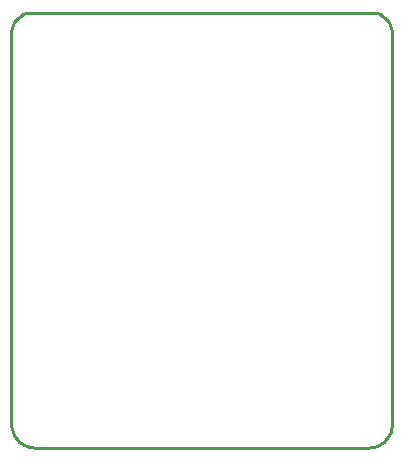
<source format=gm1>
G04*
G04 #@! TF.GenerationSoftware,Altium Limited,Altium Designer,20.1.10 (176)*
G04*
G04 Layer_Color=16711935*
%FSLAX25Y25*%
%MOIN*%
G70*
G04*
G04 #@! TF.SameCoordinates,11B260F6-AB26-4D87-AEF0-EC618B47F653*
G04*
G04*
G04 #@! TF.FilePolarity,Positive*
G04*
G01*
G75*
%ADD12C,0.01000*%
D12*
X119000Y138000D02*
X118929Y138996D01*
X118717Y139972D01*
X118367Y140908D01*
X117889Y141785D01*
X117290Y142584D01*
X116584Y143290D01*
X115785Y143889D01*
X114908Y144367D01*
X113972Y144717D01*
X112996Y144929D01*
X112000Y145000D01*
X-1000D02*
X-1996Y144929D01*
X-2972Y144717D01*
X-3908Y144367D01*
X-4784Y143889D01*
X-5584Y143290D01*
X-6290Y142584D01*
X-6889Y141785D01*
X-7367Y140908D01*
X-7716Y139972D01*
X-7929Y138996D01*
X-8000Y138000D01*
X-8000Y8000D02*
X-7942Y7036D01*
X-7767Y6086D01*
X-7480Y5163D01*
X-7084Y4282D01*
X-6584Y3455D01*
X-5988Y2695D01*
X-5305Y2012D01*
X-4544Y1416D01*
X-3718Y916D01*
X-2837Y520D01*
X-1915Y233D01*
X-964Y58D01*
X0Y0D01*
X111000Y-0D02*
X111964Y58D01*
X112915Y232D01*
X113837Y520D01*
X114718Y916D01*
X115544Y1416D01*
X116305Y2012D01*
X116988Y2695D01*
X117584Y3455D01*
X118084Y4282D01*
X118480Y5163D01*
X118767Y6086D01*
X118942Y7036D01*
X119000Y8000D01*
X-1000Y145000D02*
X112000D01*
X-8000Y8000D02*
Y138000D01*
X0Y0D02*
X111000D01*
X119000Y8000D02*
Y138000D01*
M02*

</source>
